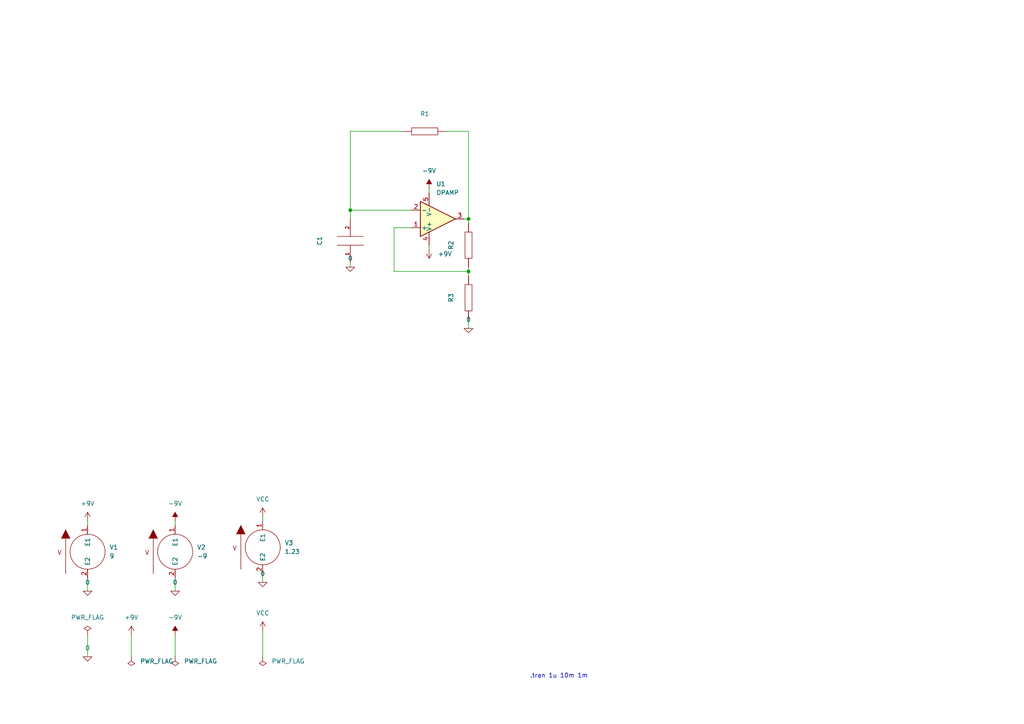
<source format=kicad_sch>
(kicad_sch (version 20211123) (generator eeschema)
  (paper "A4")
  (lib_symbols
    (symbol "power:+9V" (power) (pin_names (offset 0))
      (property "Value" "+9V" (at 0 3.556 0))
      (symbol "+9V_0_1"
        (polyline (pts (xy -0.762 1.27) (xy 0 2.54)))
        (polyline (pts (xy 0 0) (xy 0 2.54)))
        (polyline (pts (xy 0 2.54) (xy 0.762 1.27)))
      )
      (symbol "+9V_1_1"
        (pin power_in line (at 0 0 90) (length 0) hide (name "+9V") (number "1"))
      )
    )
    (symbol "power:-9V" (power) (pin_names (offset 0))
      (property "Value" "-9V" (at 0 3.81 0))
      (symbol "-9V_0_1"
        (polyline (pts (xy 0 0) (xy 0 2.54)))
        (polyline (pts (xy 0.762 1.27) (xy -0.762 1.27) (xy 0 2.54) (xy 0.762 1.27)) (fill (type outline)))
      )
      (symbol "-9V_1_1"
        (pin power_in line (at 0 0 90) (length 0) hide (name "-9V") (number "1"))
      )
    )
    (symbol "power:PWR_FLAG" (power) (pin_numbers hide) (pin_names (offset 0) hide)
      (property "Value" "PWR_FLAG" (at 0 3.81 0))
      (symbol "PWR_FLAG_0_0"
        (pin power_out line (at 0 0 90) (length 0) (name "pwr") (number "1"))
      )
      (symbol "PWR_FLAG_0_1"
        (polyline (pts (xy 0 0) (xy 0 1.27) (xy -1.016 1.905) (xy 0 2.54) (xy 1.016 1.905) (xy 0 1.27)))
      )
    )
    (symbol "power:VCC" (power) (pin_names (offset 0))
      (property "Value" "VCC" (at 0 3.81 0))
      (symbol "VCC_0_1"
        (polyline (pts (xy -0.762 1.27) (xy 0 2.54)))
        (polyline (pts (xy 0 0) (xy 0 2.54)))
        (polyline (pts (xy 0 2.54) (xy 0.762 1.27)))
      )
      (symbol "VCC_1_1"
        (pin power_in line (at 0 0 90) (length 0) hide (name "VCC") (number "1"))
      )
    )
    (symbol "pspice:0" (power) (pin_names (offset 0))
      (property "Value" "0" (at 0 -1.778 0))
      (symbol "0_0_1"
        (polyline (pts (xy -1.27 0) (xy 0 -1.27) (xy 1.27 0) (xy -1.27 0)))
      )
      (symbol "0_1_1"
        (pin power_in line (at 0 0 0) (length 0) hide (name "0") (number "1"))
      )
    )
    (symbol "pspice:C" (pin_names (offset 0.254))
      (property "Reference" "C" (at 2.54 3.81 90))
      (property "Value" "C" (at 2.54 -3.81 90))
      (symbol "C_0_1"
        (polyline (pts (xy -3.81 -1.27) (xy 3.81 -1.27)))
        (polyline (pts (xy -3.81 1.27) (xy 3.81 1.27)))
      )
      (symbol "C_1_1"
        (pin passive line (at 0 6.35 270) (length 5.08) (name "~") (number "1"))
        (pin passive line (at 0 -6.35 90) (length 5.08) (name "~") (number "2"))
      )
    )
    (symbol "pspice:OPAMP" (pin_names (offset 0.254))
      (property "Reference" "U" (at 3.81 3.175 0))
      (property "Value" "OPAMP" (at 3.81 -3.175 0))
      (symbol "OPAMP_0_1"
        (polyline (pts (xy 5.08 0) (xy -5.08 5.08) (xy -5.08 -5.08) (xy 5.08 0)) (stroke (width 0.254)) (fill (type background)))
      )
      (symbol "OPAMP_1_1"
        (pin input line (at -7.62 2.54 0) (length 2.54) (name "+") (number "1"))
        (pin input line (at -7.62 -2.54 0) (length 2.54) (name "-") (number "2"))
        (pin output line (at 7.62 0 180) (length 2.54) (name "~") (number "3"))
        (pin power_in line (at -2.54 7.62 270) (length 3.81) (name "V+") (number "4"))
        (pin power_in line (at -2.54 -7.62 90) (length 3.81) (name "V-") (number "5"))
      )
    )
    (symbol "pspice:R" (pin_numbers hide) (pin_names (offset 0))
      (property "Reference" "R" (at 2.032 0 90))
      (property "Value" "R" (at 0 0 90))
      (symbol "R_0_1"
        (rectangle (start -1.016 3.81) (end 1.016 -3.81))
      )
      (symbol "R_1_1"
        (pin passive line (at 0 6.35 270) (length 2.54) (name "~") (number "1"))
        (pin passive line (at 0 -6.35 90) (length 2.54) (name "~") (number "2"))
      )
    )
    (symbol "pspice:VSOURCE" (pin_names (offset 1.016))
      (property "Reference" "V" (at -6.35 7.62 0))
      (property "Value" "VSOURCE" (at 0 0 0))
      (symbol "VSOURCE_0_1"
        (polyline (pts (xy -6.35 -6.35) (xy -6.35 3.81)) (fill (type outline)))
        (polyline (pts (xy -7.62 3.81) (xy -6.35 6.35) (xy -5.08 3.81)) (fill (type outline)))
        (circle (center 0 0) (radius 5.08))
        (text "V" (at -8.128 -0.254 0) (effects (font (size 1.27 1.27))))
      )
      (symbol "VSOURCE_1_1"
        (pin input line (at 0 7.62 270) (length 2.54) (name "E1") (number "1"))
        (pin input line (at 0 -7.62 90) (length 2.54) (name "E2") (number "2"))
      )
    )
  )
  (junction (at 135.89 78.74))
  (junction (at 101.6 60.96))
  (junction (at 135.89 63.5))
  (wire (pts (xy 135.89 38.1) (xy 135.89 63.5)))
  (wire (pts (xy 134.62 63.5) (xy 135.89 63.5)))
  (wire (pts (xy 101.6 38.1) (xy 101.6 60.96)))
  (wire (pts (xy 114.3 78.74) (xy 135.89 78.74)))
  (wire (pts (xy 124.46 71.12) (xy 124.46 72.39)))
  (wire (pts (xy 135.89 77.47) (xy 135.89 78.74)))
  (wire (pts (xy 124.46 54.61) (xy 124.46 55.88)))
  (wire (pts (xy 114.3 66.04) (xy 114.3 78.74)))
  (wire (pts (xy 25.4 151.13) (xy 25.4 152.4)))
  (wire (pts (xy 25.4 184.15) (xy 25.4 190.5)))
  (wire (pts (xy 116.84 38.1) (xy 101.6 38.1)))
  (wire (pts (xy 76.2 166.37) (xy 76.2 168.91)))
  (wire (pts (xy 135.89 38.1) (xy 129.54 38.1)))
  (wire (pts (xy 101.6 76.2) (xy 101.6 77.47)))
  (wire (pts (xy 76.2 182.88) (xy 76.2 190.5)))
  (wire (pts (xy 50.8 151.13) (xy 50.8 152.4)))
  (wire (pts (xy 135.89 64.77) (xy 135.89 63.5)))
  (wire (pts (xy 50.8 184.15) (xy 50.8 190.5)))
  (wire (pts (xy 119.38 60.96) (xy 101.6 60.96)))
  (wire (pts (xy 50.8 167.64) (xy 50.8 171.45)))
  (wire (pts (xy 38.1 184.15) (xy 38.1 190.5)))
  (wire (pts (xy 76.2 149.86) (xy 76.2 151.13)))
  (wire (pts (xy 135.89 78.74) (xy 135.89 80.01)))
  (wire (pts (xy 25.4 167.64) (xy 25.4 171.45)))
  (wire (pts (xy 135.89 92.71) (xy 135.89 95.25)))
  (wire (pts (xy 119.38 66.04) (xy 114.3 66.04)))
  (wire (pts (xy 101.6 60.96) (xy 101.6 63.5)))
  (text ".tran 1u 10m 1m" (at 153.67 196.85 0) (effects (font (size 1.27 1.27)) (justify left bottom)))
  (symbol (lib_id "pspice:0") (at 25.4 171.45 0) (unit 1)
    (property "Reference" "#GND02" (effects hide))
    (property "Value" "0" (at 25.4 168.91 0))
  )
  (symbol (lib_id "pspice:0") (at 135.89 95.25 0) (unit 1)
    (property "Reference" "#GND06" (effects hide))
    (property "Value" "0" (at 135.89 92.71 0))
  )
  (symbol (lib_id "power:-9V") (at 50.8 184.15 0) (unit 1)
    (property "Reference" "#PWR03" (effects hide))
    (property "Value" "-9V" (at 50.8 179.07 0))
  )
  (symbol (lib_id "pspice:0") (at 25.4 190.5 0) (unit 1)
    (property "Reference" "#GND01" (effects hide))
    (property "Value" "0" (at 25.4 187.96 0))
  )
  (symbol (lib_id "pspice:OPAMP") (at 127 63.5 0) (mirror x) (unit 1)
    (property "Reference" "U1" (at 126.4794 53.34 0) (effects (justify left)))
    (property "Value" "OPAMP" (at 126.4794 55.88 0) (effects (justify left)))
    (property "Spice_Primitive" "X" (effects hide))
    (property "Spice_Model" "LM324" (effects hide))
    (property "Spice_Netlist_Enabled" "Y" (effects hide))
    (property "Spice_Node_Sequence" "1 2 4 5 3" (effects hide))
    (property "Spice_Lib_File" "C:\\Users\\Osman Alperen\\Desktop\\LTSpice-parts\\LTSpice-parts-master\\parts\\op amp\\LM324.ti.lib" (effects hide))
  )
  (symbol (lib_id "power:-9V") (at 124.46 54.61 0) (unit 1)
    (property "Reference" "#PWR05" (effects hide))
    (property "Value" "-9V" (at 124.46 49.53 0))
  )
  (symbol (lib_id "power:PWR_FLAG") (at 50.8 190.5 180) (unit 1)
    (property "Reference" "#FLG03" (effects hide))
    (property "Value" "PWR_FLAG" (at 53.34 191.7699 0) (effects (justify right)))
  )
  (symbol (lib_id "power:+9V") (at 25.4 151.13 0) (unit 1)
    (property "Reference" "#PWR02" (effects hide))
    (property "Value" "+9V" (at 25.4 146.05 0))
  )
  (symbol (lib_id "pspice:R") (at 135.89 71.12 180) (unit 1)
    (property "Reference" "R2" (at 130.81 71.12 90))
    (property "Value" "1" (effects hide))
    (property "Spice_Primitive" "R" (effects hide))
    (property "Spice_Model" "1k" (at 133.35 71.12 90))
    (property "Spice_Netlist_Enabled" "Y" (effects hide))
  )
  (symbol (lib_id "power:VCC") (at 76.2 149.86 0) (unit 1)
    (property "Reference" "#PWR06" (effects hide))
    (property "Value" "VCC" (at 76.2 144.78 0))
  )
  (symbol (lib_id "pspice:R") (at 123.19 38.1 90) (unit 1)
    (property "Reference" "R1" (at 123.19 33.02 90))
    (property "Value" "1" (effects hide))
    (property "Spice_Primitive" "R" (effects hide))
    (property "Spice_Model" "100k" (at 123.19 35.56 90))
    (property "Spice_Netlist_Enabled" "Y" (effects hide))
  )
  (symbol (lib_id "pspice:C") (at 101.6 69.85 180) (unit 1)
    (property "Reference" "C1" (at 92.71 69.85 90))
    (property "Value" "500n" (effects hide))
    (property "Spice_Primitive" "C" (effects hide))
    (property "Spice_Model" "2p" (at 96.52 69.85 90))
    (property "Spice_Netlist_Enabled" "Y" (effects hide))
  )
  (symbol (lib_id "power:PWR_FLAG") (at 25.4 184.15 0) (unit 1)
    (property "Reference" "#FLG01" (effects hide))
    (property "Value" "PWR_FLAG" (at 25.4 179.07 0))
  )
  (symbol (lib_id "pspice:R") (at 135.89 86.36 180) (unit 1)
    (property "Reference" "R3" (at 130.81 86.36 90))
    (property "Value" "1" (effects hide))
    (property "Spice_Primitive" "R" (effects hide))
    (property "Spice_Model" "100k" (at 133.35 86.36 90))
    (property "Spice_Netlist_Enabled" "Y" (effects hide))
  )
  (symbol (lib_id "pspice:0") (at 101.6 77.47 0) (unit 1)
    (property "Reference" "#GND04" (effects hide))
    (property "Value" "0" (at 101.6 74.93 0))
  )
  (symbol (lib_id "pspice:VSOURCE") (at 50.8 160.02 0) (unit 1)
    (property "Reference" "V2" (at 57.15 158.7499 0) (effects (justify left)))
    (property "Value" "-9V" (at 57.15 161.2899 0) (effects (justify left)))
    (property "Spice_Primitive" "V" (effects hide))
    (property "Spice_Model" "dc -9" (effects hide))
    (property "Spice_Netlist_Enabled" "Y" (effects hide))
  )
  (symbol (lib_id "power:PWR_FLAG") (at 38.1 190.5 180) (unit 1)
    (property "Reference" "#FLG02" (effects hide))
    (property "Value" "PWR_FLAG" (at 40.64 191.7699 0) (effects (justify right)))
  )
  (symbol (lib_id "power:VCC") (at 76.2 182.88 0) (unit 1)
    (property "Reference" "#PWR07" (effects hide))
    (property "Value" "VCC" (at 76.2 177.8 0))
  )
  (symbol (lib_id "pspice:0") (at 76.2 168.91 0) (unit 1)
    (property "Reference" "#GND05" (effects hide))
    (property "Value" "0" (at 76.2 166.37 0))
  )
  (symbol (lib_id "pspice:VSOURCE") (at 76.2 158.75 0) (unit 1)
    (property "Reference" "V3" (at 82.55 157.4799 0) (effects (justify left)))
    (property "Value" "1.23V" (at 82.55 160.0199 0) (effects (justify left)))
    (property "Spice_Primitive" "V" (effects hide))
    (property "Spice_Model" "dc 1.23" (effects hide))
    (property "Spice_Netlist_Enabled" "Y" (effects hide))
  )
  (symbol (lib_id "pspice:0") (at 50.8 171.45 0) (unit 1)
    (property "Reference" "#GND03" (effects hide))
    (property "Value" "0" (at 50.8 168.91 0))
  )
  (symbol (lib_id "power:-9V") (at 50.8 151.13 0) (unit 1)
    (property "Reference" "#PWR04" (effects hide))
    (property "Value" "-9V" (at 50.8 146.05 0))
  )
  (symbol (lib_id "pspice:VSOURCE") (at 25.4 160.02 0) (unit 1)
    (property "Reference" "V1" (at 31.75 158.7499 0) (effects (justify left)))
    (property "Value" "9V" (at 31.75 161.2899 0) (effects (justify left)))
    (property "Spice_Primitive" "V" (effects hide))
    (property "Spice_Model" "dc 9" (effects hide))
    (property "Spice_Netlist_Enabled" "Y" (effects hide))
  )
  (symbol (lib_id "power:+9V") (at 124.46 72.39 180) (unit 1)
    (property "Reference" "#PWR08" (effects hide))
    (property "Value" "+9V" (at 127 73.6599 0) (effects (justify right)))
  )
  (symbol (lib_id "power:+9V") (at 38.1 184.15 0) (unit 1)
    (property "Reference" "#PWR01" (effects hide))
    (property "Value" "+9V" (at 38.1 179.07 0))
  )
  (symbol (lib_id "power:PWR_FLAG") (at 76.2 190.5 180) (unit 1)
    (property "Reference" "#FLG04" (effects hide))
    (property "Value" "PWR_FLAG" (at 78.74 191.7699 0) (effects (justify right)))
  )
)
</source>
